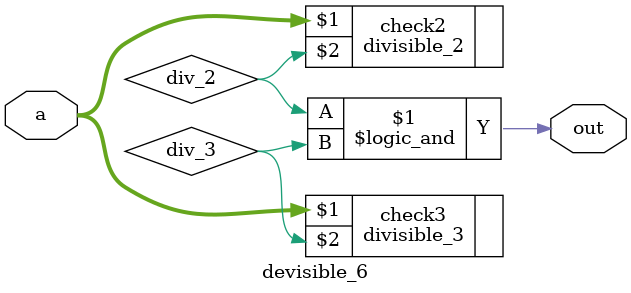
<source format=v>
`timescale 1ns / 1ps
module devisible_6(
    input [3:0] a,
    output out
    );
	 
	 wire div_2;
	 wire div_3;
	 
	 divisible_2 check2(a[3:0],div_2);
	 divisible_3 check3(a[3:0],div_3);
	 
	 assign out = div_2 && div_3;


endmodule

</source>
